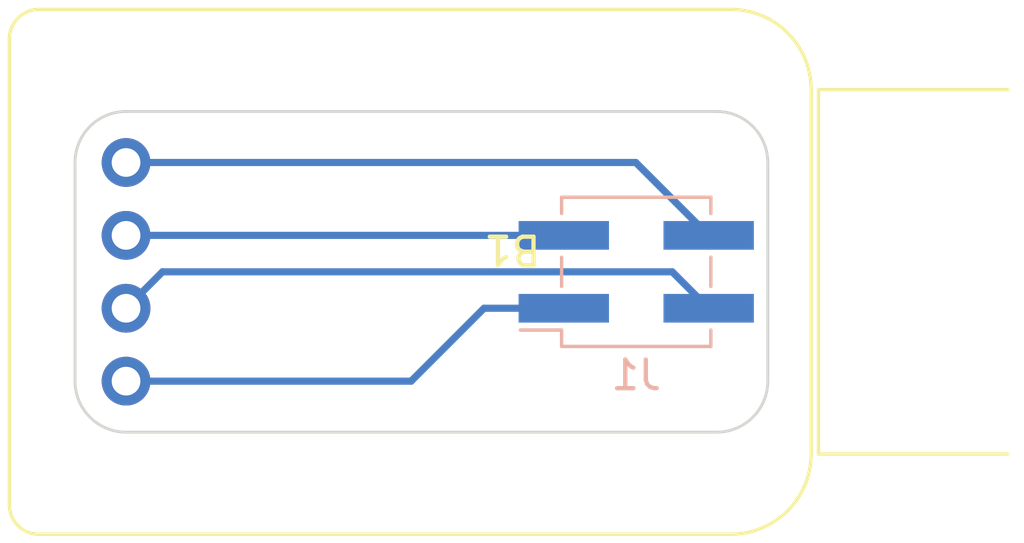
<source format=kicad_pcb>
(kicad_pcb (version 20221018) (generator pcbnew)
  (layers (0 "F.Cu" signal) (31 "B.Cu" signal) (34 "B.Paste" user) (35 "F.Paste" user) (36 "B.SilkS" user "B.Silkscreen") (37 "F.SilkS" user "F.Silkscreen") (38 "B.Mask" user) (39 "F.Mask" user) (44 "Edge.Cuts" user))
  (net 0 "")
  (net 1 "/gnd")
  (net 2 "/Vcc")
  (net 3 "/Tx")
  (net 4 "/Rx")
  (footprint "local:USB-UART-board" (layer "F.Cu") (at 162.814 90.17 180)
    (fp_text reference "B1" (at 0 0.77 180 unlocked) (layer "F.SilkS"))
    (fp_text value "~")
    (fp_line (start -10.668 -6.35) (end -17.272 -6.35) (stroke (width 0.12)) (layer "F.SilkS"))
    (fp_line (start -10.668 -6.35) (end -10.668 6.35) (stroke (width 0.12)) (layer "F.SilkS"))
    (fp_line (start -10.668 6.35) (end -17.272 6.35) (stroke (width 0.12)) (layer "F.SilkS"))
    (fp_line (start -10.413998 -6.350002) (end -10.414 6.35) (stroke (width 0.12)) (layer "F.SilkS"))
    (fp_line (start -7.62 -9.144) (end 16.510002 -9.144002) (stroke (width 0.12)) (layer "F.SilkS"))
    (fp_line (start 16.510002 9.144002) (end -7.620002 9.143998) (stroke (width 0.12)) (layer "F.SilkS"))
    (fp_line (start 17.526002 -8.128002) (end 17.526002 8.128002) (stroke (width 0.12)) (layer "F.SilkS"))
    (fp_arc (start -10.413998 -6.350002) (mid -9.595655 -8.325657) (end -7.62 -9.144) (stroke (width 0.12)) (layer "F.SilkS"))
    (fp_arc (start -7.620002 9.143998) (mid -9.595657 8.325655) (end -10.414 6.35) (stroke (width 0.12)) (layer "F.SilkS"))
    (fp_arc (start 16.510002 -9.144002) (mid 17.228422 -8.846422) (end 17.526002 -8.128002) (stroke (width 0.12)) (layer "F.SilkS"))
    (fp_arc (start 17.526002 8.128002) (mid 17.228422 8.846422) (end 16.510002 9.144002) (stroke (width 0.12)) (layer "F.SilkS"))
    (pad "1" thru_hole circle (at 13.462 -3.81 180) (size 1.7 1.7) (drill 1) (layers "*.Cu" "*.Mask") (net 1 "/gnd"))
    (pad "2" thru_hole circle (at 13.462 -1.27 180) (size 1.7 1.7) (drill 1) (layers "*.Cu" "*.Mask") (net 2 "/Vcc"))
    (pad "3" thru_hole circle (at 13.462 1.27 180) (size 1.7 1.7) (drill 1) (layers "*.Cu" "*.Mask") (net 3 "/Tx"))
    (pad "4" thru_hole circle (at 13.462 3.81 180) (size 1.7 1.7) (drill 1) (layers "*.Cu" "*.Mask") (net 4 "/Rx"))
  )
  (footprint "Connector_PinHeader_2.54mm:PinHeader_2x02_P2.54mm_Vertical_SMD" (layer "B.Cu") (at 167.132 90.17)
    (fp_text reference "J1" (at 0 3.6) (layer "B.SilkS") (effects (justify mirror)))
    (fp_text value "Conn_01x04")
    (fp_line (start -4.04 2.03) (end -2.6 2.03) (stroke (width 0.12)) (layer "B.SilkS"))
    (fp_line (start -2.6 -2.6) (end 2.6 -2.6) (stroke (width 0.12)) (layer "B.SilkS"))
    (fp_line (start -2.6 -2.03) (end -2.6 -2.6) (stroke (width 0.12)) (layer "B.SilkS"))
    (fp_line (start -2.6 0.51) (end -2.6 -0.51) (stroke (width 0.12)) (layer "B.SilkS"))
    (fp_line (start -2.6 2.6) (end -2.6 2.03) (stroke (width 0.12)) (layer "B.SilkS"))
    (fp_line (start -2.6 2.6) (end 2.6 2.6) (stroke (width 0.12)) (layer "B.SilkS"))
    (fp_line (start 2.6 -2.03) (end 2.6 -2.6) (stroke (width 0.12)) (layer "B.SilkS"))
    (fp_line (start 2.6 0.51) (end 2.6 -0.51) (stroke (width 0.12)) (layer "B.SilkS"))
    (fp_line (start 2.6 2.6) (end 2.6 2.03) (stroke (width 0.12)) (layer "B.SilkS"))
    (pad "1" smd rect (at -2.525 1.27) (size 3.15 1) (layers "B.Cu" "B.Paste" "B.Mask") (net 1 "/gnd"))
    (pad "2" smd rect (at 2.525 1.27) (size 3.15 1) (layers "B.Cu" "B.Paste" "B.Mask") (net 2 "/Vcc"))
    (pad "3" smd rect (at -2.525 -1.27) (size 3.15 1) (layers "B.Cu" "B.Paste" "B.Mask") (net 3 "/Tx"))
    (pad "4" smd rect (at 2.525 -1.27) (size 3.15 1) (layers "B.Cu" "B.Paste" "B.Mask") (net 4 "/Rx"))
  )
  (gr_arc (start 169.938764 84.582) (mid 171.196 85.102764) (end 171.716764 86.36) (stroke (width 0.1)) (layer "Edge.Cuts"))
  (gr_line (start 171.716764 93.98) (end 171.716764 86.36) (stroke (width 0.1)) (layer "Edge.Cuts"))
  (gr_arc (start 149.352 95.758) (mid 148.094764 95.237236) (end 147.574 93.98) (stroke (width 0.1)) (layer "Edge.Cuts"))
  (gr_arc (start 147.574 86.36) (mid 148.094764 85.102764) (end 149.352 84.582) (stroke (width 0.1)) (layer "Edge.Cuts"))
  (gr_line (start 149.352 84.582) (end 169.938764 84.582) (stroke (width 0.1)) (layer "Edge.Cuts"))
  (gr_arc (start 171.716764 93.98) (mid 171.196 95.237236) (end 169.938764 95.758) (stroke (width 0.1)) (layer "Edge.Cuts"))
  (gr_line (start 149.352 95.758) (end 169.938764 95.758) (stroke (width 0.1)) (layer "Edge.Cuts"))
  (gr_line (start 147.574 93.98) (end 147.574 86.36) (stroke (width 0.1)) (layer "Edge.Cuts"))
  (segment (start 161.828 91.44) (end 164.607 91.44) (width 0.25) (layer "B.Cu") (net 1))
  (segment (start 159.288 93.98) (end 149.352 93.98) (width 0.25) (layer "B.Cu") (net 1))
  (segment (start 161.828 91.44) (end 159.288 93.98) (width 0.25) (layer "B.Cu") (net 1))
  (segment (start 168.387 90.17) (end 169.657 91.44) (width 0.25) (layer "B.Cu") (net 2))
  (segment (start 150.622 90.17) (end 168.387 90.17) (width 0.25) (layer "B.Cu") (net 2))
  (segment (start 149.352 91.44) (end 150.622 90.17) (width 0.25) (layer "B.Cu") (net 2))
  (segment (start 149.352 88.9) (end 164.607 88.9) (width 0.25) (layer "B.Cu") (net 3))
  (segment (start 149.352 86.36) (end 167.117 86.36) (width 0.25) (layer "B.Cu") (net 4))
  (segment (start 167.117 86.36) (end 169.657 88.9) (width 0.25) (layer "B.Cu") (net 4))
)
</source>
